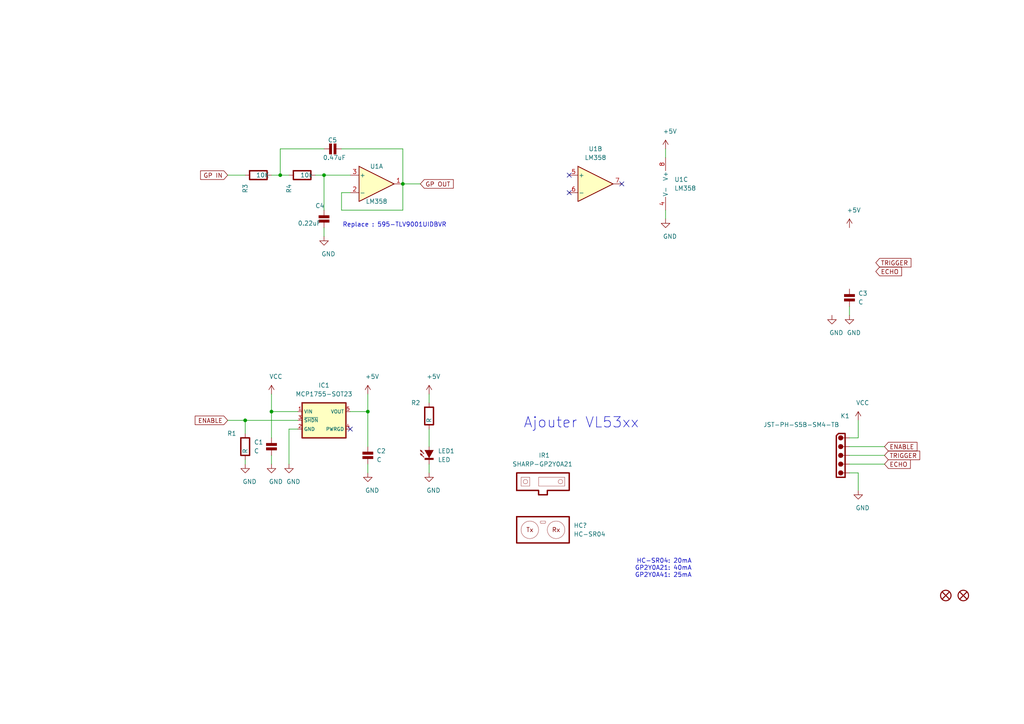
<source format=kicad_sch>
(kicad_sch (version 20210126) (generator eeschema)
  (paper "A4")
  (title_block (title "Diagram") (date "01/2021") (rev "A") (comment 1 "TBOT - PIC8-Bit"))
  (lib_symbols
    (symbol "Amplifier_Operational:LM358" (pin_names (offset 0.127))
      (property "Reference" "U" (at 0 5.08 0))
      (property "Value" "LM358" (at 0 -5.08 0))
      (symbol "LM358_1_1"
        (polyline (pts (xy -5.08 5.08) (xy 5.08 0) (xy -5.08 -5.08) (xy -5.08 5.08)) (stroke (width 0.254)) (fill (type background)))
        (pin output line (at 7.62 0 180) (length 2.54) (name "~") (number "1"))
        (pin input line (at -7.62 -2.54 0) (length 2.54) (name "-") (number "2"))
        (pin input line (at -7.62 2.54 0) (length 2.54) (name "+") (number "3"))
      )
      (symbol "LM358_2_1"
        (polyline (pts (xy -5.08 5.08) (xy 5.08 0) (xy -5.08 -5.08) (xy -5.08 5.08)) (stroke (width 0.254)) (fill (type background)))
        (pin input line (at -7.62 2.54 0) (length 2.54) (name "+") (number "5"))
        (pin input line (at -7.62 -2.54 0) (length 2.54) (name "-") (number "6"))
        (pin output line (at 7.62 0 180) (length 2.54) (name "~") (number "7"))
      )
      (symbol "LM358_3_1"
        (pin power_in line (at -2.54 -7.62 90) (length 3.81) (name "V-") (number "4"))
        (pin power_in line (at -2.54 7.62 270) (length 3.81) (name "V+") (number "8"))
      )
    )
    (symbol "power:+5V" (power) (pin_names (offset 0))
      (property "Value" "+5V" (at 0 3.556 0))
      (symbol "+5V_0_1"
        (polyline (pts (xy -0.762 1.27) (xy 0 2.54)))
        (polyline (pts (xy 0 0) (xy 0 2.54)))
        (polyline (pts (xy 0 2.54) (xy 0.762 1.27)))
      )
      (symbol "+5V_1_1"
        (pin power_in line (at 0 0 90) (length 0) hide (name "+5V") (number "1"))
      )
    )
    (symbol "power:GND" (power) (pin_names (offset 0))
      (property "Value" "GND" (at 0 -3.81 0))
      (symbol "GND_0_1"
        (polyline (pts (xy 0 0) (xy 0 -1.27) (xy 1.27 -1.27) (xy 0 -2.54) (xy -1.27 -1.27) (xy 0 -1.27)))
      )
      (symbol "GND_1_1"
        (pin power_in line (at 0 0 270) (length 0) hide (name "GND") (number "1"))
      )
    )
    (symbol "power:VCC" (power) (pin_names (offset 0))
      (property "Value" "VCC" (at 0 3.81 0))
      (symbol "VCC_0_1"
        (polyline (pts (xy -0.762 1.27) (xy 0 2.54)))
        (polyline (pts (xy 0 0) (xy 0 2.54)))
        (polyline (pts (xy 0 2.54) (xy 0.762 1.27)))
      )
      (symbol "VCC_1_1"
        (pin power_in line (at 0 0 90) (length 0) hide (name "VCC") (number "1"))
      )
    )
    (symbol "tronixALL:C" (pin_numbers hide) (pin_names (offset 0) hide)
      (property "Reference" "C" (at 0.635 2.54 0))
      (property "Value" "C" (at 0.635 -2.54 0))
      (symbol "C_0_1"
        (rectangle (start -1.524 -0.254) (end 1.524 -1.016) (stroke (width 0.001)) (fill (type outline)))
        (rectangle (start -1.524 1.016) (end 1.524 0.254) (stroke (width 0.001)) (fill (type outline)))
      )
      (symbol "C_1_1"
        (pin passive line (at 0 2.54 270) (length 1.905) (name "~") (number "1"))
        (pin passive line (at 0 -2.54 90) (length 1.905) (name "~") (number "2"))
      )
    )
    (symbol "tronixALL:HC-SR04" (pin_names (offset 0.5) hide)
      (property "Reference" "HC" (at 0 5.08 0))
      (property "Value" "HC-SR04" (at 0 -5.08 0))
      (symbol "HC-SR04_0_0"
        (text "Tx" (at -3.81 0 0) (effects (font (size 1.27 1.27))))
        (text "Rx" (at 3.81 0 0) (effects (font (size 1.27 1.27))))
      )
      (symbol "HC-SR04_0_1"
        (arc (start -0.635 1.905) (end -0.635 2.54) (radius (at -0.3016 2.2225) (length 0.4604) (angles -136.4 136.4)) (stroke (width 0.0006)))
        (arc (start 0.635 2.54) (end 0.635 1.905) (radius (at 0.3063 2.2225) (length 0.457) (angles 44 -44)) (stroke (width 0.0006)))
        (circle (center 3.81 0) (radius 2.54) (stroke (width 0.0006)))
        (circle (center -3.81 0) (radius 2.54) (stroke (width 0.0006)))
        (rectangle (start -7.62 3.81) (end 7.62 -3.81) (stroke (width 0.4)))
        (polyline (pts (xy -0.635 1.905) (xy 0.635 1.905)) (stroke (width 0.0006)))
        (polyline (pts (xy 0.635 2.54) (xy -0.635 2.54)) (stroke (width 0.0006)))
      )
    )
    (symbol "tronixALL:JST-PH-S5B-SM4-TB" (pin_numbers hide) (pin_names (offset 0) hide)
      (property "Reference" "K" (at 0 2.54 0))
      (property "Value" "JST-PH-S5B-SM4-TB" (at 0 -12.7 0))
      (symbol "JST-PH-S5B-SM4-TB_0_1"
        (circle (center 0 0) (radius 0.635) (stroke (width 0.2)) (fill (type outline)))
        (circle (center 0 -2.54) (radius 0.635) (stroke (width 0.2)) (fill (type outline)))
        (circle (center 0 -5.08) (radius 0.635) (stroke (width 0.2)) (fill (type outline)))
        (circle (center 0 -7.62) (radius 0.635) (stroke (width 0.2)) (fill (type outline)))
        (circle (center 0 -10.16) (radius 0.635) (stroke (width 0.2)) (fill (type outline)))
        (polyline (pts (xy -1.27 -11.43) (xy 1.27 -11.43) (xy 1.27 0.635) (xy 0.635 1.27) (xy -1.27 1.27) (xy -1.27 -11.43)) (stroke (width 0.4)))
      )
      (symbol "JST-PH-S5B-SM4-TB_1_1"
        (pin passive line (at -2.54 0 0) (length 1.905) (name "1") (number "1"))
        (pin passive line (at -2.54 -2.54 0) (length 1.905) (name "2") (number "2"))
        (pin passive line (at -2.54 -5.08 0) (length 1.905) (name "3") (number "3"))
        (pin passive line (at -2.54 -7.62 0) (length 1.905) (name "4") (number "4"))
        (pin passive line (at -2.54 -10.16 0) (length 1.905) (name "5") (number "5"))
      )
    )
    (symbol "tronixALL:LED" (pin_numbers hide) (pin_names (offset 0) hide)
      (property "Reference" "LED" (at 0 -2.54 0))
      (property "Value" "LED" (at 0 -5.08 0))
      (symbol "LED_0_1"
        (rectangle (start -1.27 1.27) (end -0.762 -1.27) (stroke (width 0.001)) (fill (type outline)))
        (polyline (pts (xy 1.524 -1.27) (xy 1.524 1.27) (xy -0.762 0) (xy 1.524 -1.27)) (stroke (width 0.001)) (fill (type outline)))
        (polyline (pts (xy 0.508 1.524) (xy 1.524 2.54) (xy 1.27 2.032) (xy 1.016 2.286) (xy 1.524 2.54)) (stroke (width 0.2)))
        (polyline (pts (xy -0.508 1.524) (xy 0.508 2.54) (xy 0.254 2.032) (xy 0 2.286) (xy 0.508 2.54)) (stroke (width 0.2)))
      )
      (symbol "LED_1_1"
        (pin passive line (at -2.54 0 0) (length 1.27) (name "K") (number "1"))
        (pin passive line (at 2.54 0 180) (length 1.27) (name "A") (number "2"))
      )
    )
    (symbol "tronixALL:MCP1755-SOT23" (pin_names (offset 0.5))
      (property "Reference" "IC" (at 0 7.62 0))
      (property "Value" "MCP1755-SOT23" (at 0 -7.62 0))
      (symbol "MCP1755-SOT23_0_1"
        (rectangle (start -6.35 5.08) (end 6.35 -5.08) (stroke (width 0.4)) (fill (type background)))
      )
      (symbol "MCP1755-SOT23_1_1"
        (pin power_in line (at -7.62 2.54 0) (length 1.27) (name "VIN") (number "1"))
        (pin power_in line (at -7.62 -2.54 0) (length 1.27) (name "GND") (number "2"))
        (pin input line (at -7.62 0 0) (length 1.27) (name "~SHDN") (number "3"))
        (pin open_collector line (at 7.62 -2.54 180) (length 1.27) (name "PWRGD") (number "4"))
        (pin input line (at 7.62 2.54 180) (length 1.27) (name "VOUT") (number "5"))
      )
    )
    (symbol "tronixALL:MOUNTING-HOLE-MASK-3MM_1" (pin_numbers hide) (pin_names (offset 0) hide) (in_bom no)
      (symbol "MOUNTING-HOLE-MASK-3MM_1_0_1"
        (circle (center 0 0) (radius 1.524) (stroke (width 0.3)))
        (polyline (pts (xy -1.016 -1.016) (xy 1.016 1.016)) (stroke (width 0.3)))
        (polyline (pts (xy 1.016 -1.016) (xy -1.016 1.016)) (stroke (width 0.3)))
      )
    )
    (symbol "tronixALL:MOUNTING-HOLE-MASK-3MM_3" (pin_numbers hide) (pin_names (offset 0) hide) (in_bom no)
      (symbol "MOUNTING-HOLE-MASK-3MM_3_0_1"
        (circle (center 0 0) (radius 1.524) (stroke (width 0.3)))
        (polyline (pts (xy -1.016 -1.016) (xy 1.016 1.016)) (stroke (width 0.3)))
        (polyline (pts (xy 1.016 -1.016) (xy -1.016 1.016)) (stroke (width 0.3)))
      )
    )
    (symbol "tronixALL:R" (pin_numbers hide) (pin_names (offset 0) hide)
      (property "Reference" "R" (at 2.54 0 90))
      (property "Value" "R" (at 0 0 90))
      (symbol "R_0_1"
        (rectangle (start -1.27 -2.54) (end 1.27 2.54) (stroke (width 0.4)))
      )
      (symbol "R_1_1"
        (pin passive line (at 0 3.81 270) (length 1.27) (name "~") (number "1"))
        (pin passive line (at 0 -3.81 90) (length 1.27) (name "~") (number "2"))
      )
    )
    (symbol "tronixALL:SHARP-GP2Y0A21" (pin_numbers hide) (pin_names (offset 0) hide)
      (property "Reference" "IR" (at 0 3.81 0))
      (property "Value" "SHARP-GP2Y0A21" (at 0 -5.08 0))
      (symbol "SHARP-GP2Y0A21_0_1"
        (circle (center 5.08 0) (radius 0.635) (stroke (width 0.0006)))
        (circle (center -5.08 0) (radius 0.635) (stroke (width 0.0006)))
        (rectangle (start -6.35 -1.27) (end -3.81 1.27) (stroke (width 0.0006)))
        (rectangle (start -1.27 -1.27) (end 6.35 1.27) (stroke (width 0.0006)))
        (polyline (pts (xy -7.62 -2.54) (xy -1.27 -2.54) (xy -1.27 -3.81) (xy 1.27 -3.81) (xy 1.27 -2.54) (xy 7.62 -2.54) (xy 7.62 2.54) (xy -7.62 2.54) (xy -7.62 -2.54)) (stroke (width 0.4)))
      )
    )
  )
  (junction (at 71.12 121.92) (diameter 0.9144))
  (junction (at 78.74 119.38) (diameter 0.9144))
  (junction (at 81.28 50.8) (diameter 0.9144))
  (junction (at 93.98 50.8) (diameter 0.9144))
  (junction (at 106.68 119.38) (diameter 0.9144))
  (junction (at 116.84 53.34) (diameter 0.9144))
  (no_connect (at 101.6 124.46))
  (no_connect (at 165.1 50.8))
  (no_connect (at 165.1 55.88))
  (no_connect (at 180.34 53.34))
  (wire (pts (xy 66.04 50.8) (xy 71.12 50.8)))
  (wire (pts (xy 66.04 121.92) (xy 71.12 121.92)))
  (wire (pts (xy 71.12 121.92) (xy 71.12 125.73)))
  (wire (pts (xy 71.12 121.92) (xy 86.36 121.92)))
  (wire (pts (xy 71.12 133.35) (xy 71.12 134.62)))
  (wire (pts (xy 78.74 50.8) (xy 81.28 50.8)))
  (wire (pts (xy 78.74 119.38) (xy 78.74 114.3)))
  (wire (pts (xy 78.74 119.38) (xy 78.74 127)))
  (wire (pts (xy 78.74 132.08) (xy 78.74 134.62)))
  (wire (pts (xy 81.28 43.18) (xy 81.28 50.8)))
  (wire (pts (xy 81.28 50.8) (xy 83.82 50.8)))
  (wire (pts (xy 83.82 124.46) (xy 83.82 134.62)))
  (wire (pts (xy 86.36 119.38) (xy 78.74 119.38)))
  (wire (pts (xy 86.36 124.46) (xy 83.82 124.46)))
  (wire (pts (xy 91.44 50.8) (xy 93.98 50.8)))
  (wire (pts (xy 93.98 43.18) (xy 81.28 43.18)))
  (wire (pts (xy 93.98 50.8) (xy 93.98 60.96)))
  (wire (pts (xy 93.98 50.8) (xy 101.6 50.8)))
  (wire (pts (xy 93.98 66.04) (xy 93.98 68.58)))
  (wire (pts (xy 99.06 43.18) (xy 116.84 43.18)))
  (wire (pts (xy 99.06 55.88) (xy 99.06 60.96)))
  (wire (pts (xy 99.06 60.96) (xy 116.84 60.96)))
  (wire (pts (xy 101.6 55.88) (xy 99.06 55.88)))
  (wire (pts (xy 101.6 119.38) (xy 106.68 119.38)))
  (wire (pts (xy 106.68 119.38) (xy 106.68 114.3)))
  (wire (pts (xy 106.68 119.38) (xy 106.68 129.54)))
  (wire (pts (xy 106.68 134.62) (xy 106.68 137.16)))
  (wire (pts (xy 116.84 43.18) (xy 116.84 53.34)))
  (wire (pts (xy 116.84 53.34) (xy 116.84 60.96)))
  (wire (pts (xy 116.84 53.34) (xy 121.92 53.34)))
  (wire (pts (xy 124.46 114.3) (xy 124.46 116.84)))
  (wire (pts (xy 124.46 124.46) (xy 124.46 129.54)))
  (wire (pts (xy 124.46 134.62) (xy 124.46 137.16)))
  (wire (pts (xy 193.04 43.18) (xy 193.04 45.72)))
  (wire (pts (xy 193.04 60.96) (xy 193.04 63.5)))
  (wire (pts (xy 246.38 88.9) (xy 246.38 91.44)))
  (wire (pts (xy 246.38 127) (xy 248.92 127)))
  (wire (pts (xy 246.38 129.54) (xy 256.54 129.54)))
  (wire (pts (xy 246.38 132.08) (xy 256.54 132.08)))
  (wire (pts (xy 246.38 134.62) (xy 256.54 134.62)))
  (wire (pts (xy 246.38 137.16) (xy 248.92 137.16)))
  (wire (pts (xy 248.92 127) (xy 248.92 121.92)))
  (wire (pts (xy 248.92 137.16) (xy 248.92 142.24)))
  (text "Replace : 595-TLV9001UIDBVR" (at 129.54 66.04 180) (effects (font (size 1.27 1.27)) (justify right bottom)))
  (text "Ajouter VL53xx" (at 185.42 124.46 180) (effects (font (size 3 3)) (justify right bottom)))
  (text "HC-SR04: 20mA\nGP2Y0A21: 40mA\nGP2Y0A41: 25mA" (at 200.66 167.64 180) (effects (font (size 1.27 1.27)) (justify right bottom)))
  (global_label "GP IN" (shape input) (at 66.04 50.8 180) (property "Intersheet References" "${INTERSHEET_REFS}" (effects hide)))
  (global_label "ENABLE" (shape input) (at 66.04 121.92 180) (property "Intersheet References" "${INTERSHEET_REFS}" (effects hide)))
  (global_label "GP OUT" (shape input) (at 121.92 53.34 0) (property "Intersheet References" "${INTERSHEET_REFS}" (effects hide)))
  (global_label "TRIGGER" (shape input) (at 254 76.2 0) (property "Intersheet References" "${INTERSHEET_REFS}" (effects hide)))
  (global_label "ECHO" (shape input) (at 254 78.74 0) (property "Intersheet References" "${INTERSHEET_REFS}" (effects hide)))
  (global_label "ENABLE" (shape input) (at 256.54 129.54 0) (property "Intersheet References" "${INTERSHEET_REFS}" (effects hide)))
  (global_label "TRIGGER" (shape input) (at 256.54 132.08 0) (property "Intersheet References" "${INTERSHEET_REFS}" (effects hide)))
  (global_label "ECHO" (shape input) (at 256.54 134.62 0) (property "Intersheet References" "${INTERSHEET_REFS}" (effects hide)))
  (symbol (lib_id "power:VCC") (at 78.74 114.3 0) (unit 1)
    (property "Reference" "#PWR02" (effects hide))
    (property "Value" "VCC" (at 80.01 109.22 0))
  )
  (symbol (lib_id "power:+5V") (at 106.68 114.3 0) (unit 1)
    (property "Reference" "#PWR05" (effects hide))
    (property "Value" "+5V" (at 107.95 109.22 0))
  )
  (symbol (lib_id "power:+5V") (at 124.46 114.3 0) (unit 1)
    (property "Reference" "#PWR07" (effects hide))
    (property "Value" "+5V" (at 125.73 109.22 0))
  )
  (symbol (lib_id "power:+5V") (at 193.04 43.18 0) (unit 1)
    (property "Reference" "#PWR015" (effects hide))
    (property "Value" "+5V" (at 194.31 38.1 0))
  )
  (symbol (lib_id "power:+5V") (at 246.38 66.04 0) (unit 1)
    (property "Reference" "#PWR010" (effects hide))
    (property "Value" "+5V" (at 247.65 60.96 0))
  )
  (symbol (lib_id "power:VCC") (at 248.92 121.92 0) (unit 1)
    (property "Reference" "#PWR012" (effects hide))
    (property "Value" "VCC" (at 250.19 116.84 0))
  )
  (symbol (lib_id "power:GND") (at 71.12 134.62 0) (unit 1)
    (property "Reference" "#PWR01" (effects hide))
    (property "Value" "GND" (at 72.39 139.7 0))
  )
  (symbol (lib_id "power:GND") (at 78.74 134.62 0) (unit 1)
    (property "Reference" "#PWR03" (effects hide))
    (property "Value" "GND" (at 80.01 139.7 0))
  )
  (symbol (lib_id "power:GND") (at 83.82 134.62 0) (unit 1)
    (property "Reference" "#PWR04" (effects hide))
    (property "Value" "GND" (at 85.09 139.7 0))
  )
  (symbol (lib_id "power:GND") (at 93.98 68.58 0) (unit 1)
    (property "Reference" "#PWR014" (effects hide))
    (property "Value" "GND" (at 95.25 73.66 0))
  )
  (symbol (lib_id "power:GND") (at 106.68 137.16 0) (unit 1)
    (property "Reference" "#PWR06" (effects hide))
    (property "Value" "GND" (at 107.95 142.24 0))
  )
  (symbol (lib_id "power:GND") (at 124.46 137.16 0) (unit 1)
    (property "Reference" "#PWR08" (effects hide))
    (property "Value" "GND" (at 125.73 142.24 0))
  )
  (symbol (lib_id "power:GND") (at 193.04 63.5 0) (unit 1)
    (property "Reference" "#PWR016" (effects hide))
    (property "Value" "GND" (at 194.31 68.58 0))
  )
  (symbol (lib_id "power:GND") (at 241.3 91.44 0) (unit 1)
    (property "Reference" "#PWR09" (effects hide))
    (property "Value" "GND" (at 242.57 96.52 0))
  )
  (symbol (lib_id "power:GND") (at 246.38 91.44 0) (unit 1)
    (property "Reference" "#PWR011" (effects hide))
    (property "Value" "GND" (at 247.65 96.52 0))
  )
  (symbol (lib_id "power:GND") (at 248.92 142.24 0) (unit 1)
    (property "Reference" "#PWR013" (effects hide))
    (property "Value" "GND" (at 250.19 147.32 0))
  )
  (symbol (lib_name "tronixALL:MOUNTING-HOLE-MASK-3MM_3") (lib_id "tronixALL:MOUNTING-HOLE-MASK-3MM") (at 274.32 172.72 0) (unit 1)
    (property "Reference" "H1" (effects hide))
    (property "Value" "MOUNTING-HOLE-MASK-3MM" (effects hide))
    (property "Footprint" "tronixALL:M3-MASK" (effects hide))
  )
  (symbol (lib_name "tronixALL:MOUNTING-HOLE-MASK-3MM_1") (lib_id "tronixALL:MOUNTING-HOLE-MASK-3MM") (at 279.4 172.72 0) (unit 1)
    (property "Reference" "H2" (effects hide))
    (property "Value" "MOUNTING-HOLE-MASK-3MM" (effects hide))
    (property "Footprint" "tronixALL:M3-MASK" (effects hide))
  )
  (symbol (lib_id "tronixALL:C") (at 78.74 129.54 0) (unit 1)
    (property "Reference" "C1" (at 73.66 128.27 0) (effects (justify left)))
    (property "Value" "C" (at 73.66 130.81 0) (effects (justify left)))
    (property "Footprint" "tronixALL:CAPACITOR_1206" (effects hide))
  )
  (symbol (lib_id "tronixALL:C") (at 93.98 63.5 0) (unit 1)
    (property "Reference" "C4" (at 91.44 59.69 0) (effects (justify left)))
    (property "Value" "0.22uF" (at 86.36 64.77 0) (effects (justify left)))
    (property "Footprint" "tronixALL:CAPACITOR_1206" (effects hide))
  )
  (symbol (lib_id "tronixALL:C") (at 96.52 43.18 90) (unit 1)
    (property "Reference" "C5" (at 97.79 40.64 90) (effects (justify left)))
    (property "Value" "0.47uF" (at 100.33 45.72 90) (effects (justify left)))
    (property "Footprint" "tronixALL:CAPACITOR_1206" (effects hide))
  )
  (symbol (lib_id "tronixALL:C") (at 106.68 132.08 0) (unit 1)
    (property "Reference" "C2" (at 109.22 130.81 0) (effects (justify left)))
    (property "Value" "C" (at 109.22 133.35 0) (effects (justify left)))
    (property "Footprint" "tronixALL:CAPACITOR_1206" (effects hide))
  )
  (symbol (lib_id "tronixALL:C") (at 246.38 86.36 0) (unit 1)
    (property "Reference" "C3" (at 248.92 85.09 0) (effects (justify left)))
    (property "Value" "C" (at 248.92 87.63 0) (effects (justify left)))
    (property "Footprint" "tronixALL:CAPACITOR_1206" (effects hide))
  )
  (symbol (lib_id "tronixALL:LED") (at 124.46 132.08 90) (unit 1)
    (property "Reference" "LED1" (at 127 130.81 90) (effects (justify right)))
    (property "Value" "LED" (at 127 133.35 90) (effects (justify right)))
    (property "Footprint" "tronixALL:LED_1206" (effects hide))
  )
  (symbol (lib_id "tronixALL:R") (at 71.12 129.54 0) (unit 1)
    (property "Reference" "R1" (at 68.58 125.73 0) (effects (justify right)))
    (property "Value" "R" (at 71.12 130.81 90))
    (property "Footprint" "tronixALL:RESISTOR_1206" (effects hide))
  )
  (symbol (lib_id "tronixALL:R") (at 74.93 50.8 90) (unit 1)
    (property "Reference" "R3" (at 71.12 53.34 0) (effects (justify right)))
    (property "Value" "10K" (at 76.2 50.8 90))
    (property "Footprint" "tronixALL:RESISTOR_1206" (effects hide))
  )
  (symbol (lib_id "tronixALL:R") (at 87.63 50.8 90) (unit 1)
    (property "Reference" "R4" (at 83.82 53.34 0) (effects (justify right)))
    (property "Value" "10k" (at 88.9 50.8 90))
    (property "Footprint" "tronixALL:RESISTOR_1206" (effects hide))
  )
  (symbol (lib_id "tronixALL:R") (at 124.46 120.65 0) (unit 1)
    (property "Reference" "R2" (at 121.92 116.84 0) (effects (justify right)))
    (property "Value" "R" (at 124.46 121.92 90))
    (property "Footprint" "tronixALL:RESISTOR_1206" (effects hide))
  )
  (symbol (lib_id "Amplifier_Operational:LM358") (at 195.58 53.34 0) (unit 3)
    (property "Reference" "U1" (at 195.58 52.07 0) (effects (justify left)))
    (property "Value" "LM358" (at 195.58 54.61 0) (effects (justify left)))
    (property "Datasheet" "http://www.ti.com/lit/ds/symlink/lm2904-n.pdf" (effects hide))
  )
  (symbol (lib_id "tronixALL:JST-PH-S5B-SM4-TB") (at 243.84 127 0) (mirror y) (unit 1)
    (property "Reference" "K1" (at 245.11 120.65 0))
    (property "Value" "JST-PH-S5B-SM4-TB" (at 232.41 123.19 0))
    (property "Footprint" "tronixALL:JST-S5B-PH-SM4-TB" (effects hide))
    (property "Datasheet" "https://www.jst-mfg.com/product/pdf/eng/ePH.pdf?603fef265f00b" (effects hide))
  )
  (symbol (lib_id "tronixALL:SHARP-GP2Y0A21") (at 157.48 139.7 0) (unit 1)
    (property "Reference" "IR1" (at 156.21 132.08 0) (effects (justify left)))
    (property "Value" "SHARP-GP2Y0A21" (at 148.59 134.62 0) (effects (justify left)))
    (property "Footprint" "tronixALL:SHARP-GP2Y0A21" (effects hide))
    (property "Datasheet" "http://global.sharp/products/device/lineup/selection/opto/haca/diagram.html" (effects hide))
  )
  (symbol (lib_id "tronixALL:HC-SR04") (at 157.48 153.67 0) (unit 1)
    (property "Reference" "HC?" (at 166.37 152.4 0) (effects (justify left)))
    (property "Value" "HC-SR04" (at 166.37 154.94 0) (effects (justify left)))
    (property "Footprint" "tronixALL:HC-SR04" (effects hide))
    (property "Datasheet" "https://cdn.sparkfun.com/datasheets/Sensors/Proximity/HCSR04.pdf" (effects hide))
  )
  (symbol (lib_id "Amplifier_Operational:LM358") (at 109.22 53.34 0) (unit 1)
    (property "Reference" "U1" (at 109.22 48.26 0))
    (property "Value" "LM358" (at 109.22 58.42 0))
    (property "Datasheet" "http://www.ti.com/lit/ds/symlink/lm2904-n.pdf" (effects hide))
  )
  (symbol (lib_id "Amplifier_Operational:LM358") (at 172.72 53.34 0) (unit 2)
    (property "Reference" "U1" (at 172.72 43.18 0))
    (property "Value" "LM358" (at 172.72 45.72 0))
    (property "Datasheet" "http://www.ti.com/lit/ds/symlink/lm2904-n.pdf" (effects hide))
  )
  (symbol (lib_id "tronixALL:MCP1755-SOT23") (at 93.98 121.92 0) (unit 1)
    (property "Reference" "IC1" (at 93.98 111.76 0))
    (property "Value" "MCP1755-SOT23" (at 93.98 114.3 0))
    (property "Footprint" "tronixALL:SOT-23-5" (effects hide))
    (property "Datasheet" "https://www.microchip.com/wwwproducts/en/MCP1755" (effects hide))
  )
)
</source>
